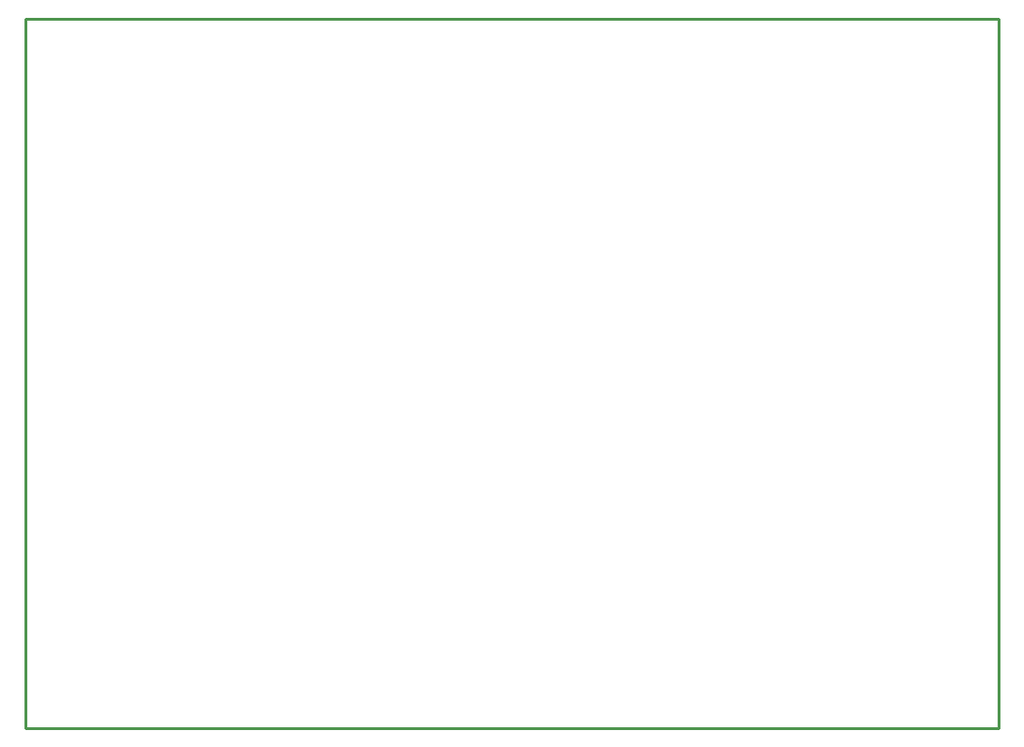
<source format=gko>
G04*
G04 #@! TF.GenerationSoftware,Altium Limited,Altium Designer,19.1.8 (144)*
G04*
G04 Layer_Color=16711935*
%FSLAX44Y44*%
%MOMM*%
G71*
G01*
G75*
%ADD10C,0.2540*%
D10*
X0Y0D02*
Y637750D01*
X874750D01*
Y0D02*
Y637750D01*
X0Y0D02*
X874750D01*
M02*

</source>
